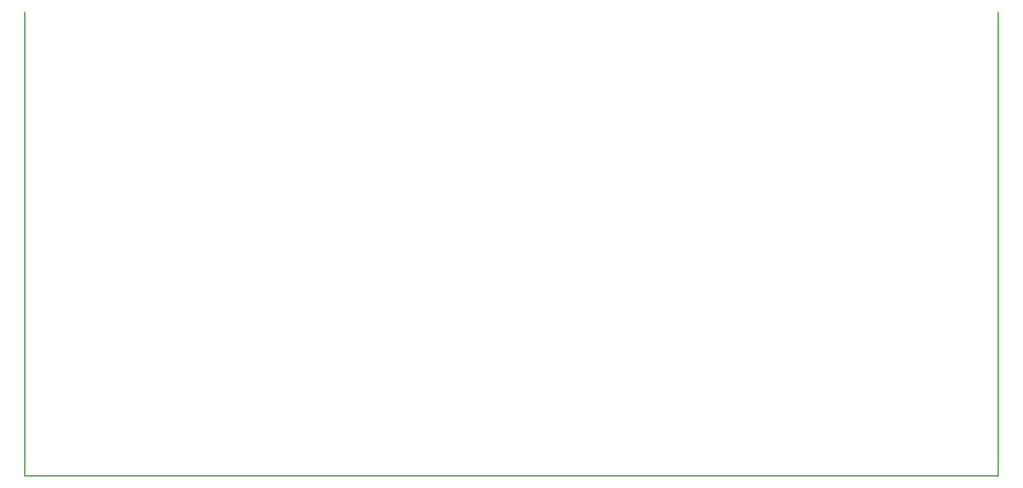
<source format=gm1>
G04 #@! TF.FileFunction,Profile,NP*
%FSLAX46Y46*%
G04 Gerber Fmt 4.6, Leading zero omitted, Abs format (unit mm)*
G04 Created by KiCad (PCBNEW 4.0.7) date 02/13/18 18:01:40*
%MOMM*%
%LPD*%
G01*
G04 APERTURE LIST*
%ADD10C,0.100000*%
%ADD11C,0.150000*%
G04 APERTURE END LIST*
D10*
D11*
X247650000Y-127000000D02*
X247650000Y-62230000D01*
X111760000Y-127000000D02*
X247650000Y-127000000D01*
X111760000Y-62230000D02*
X111760000Y-127000000D01*
M02*

</source>
